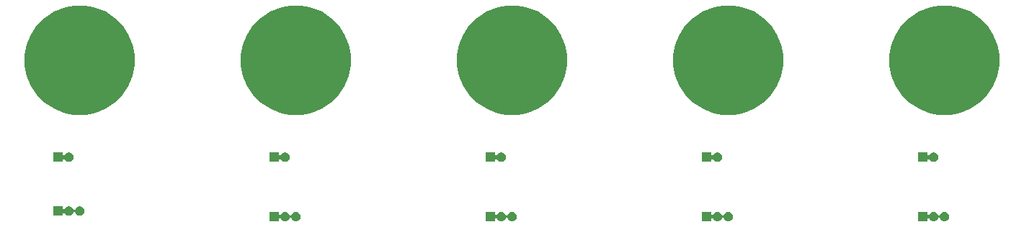
<source format=gbr>
G04 #@! TF.GenerationSoftware,KiCad,Pcbnew,(5.1.0-0)*
G04 #@! TF.CreationDate,2019-03-17T19:53:17-07:00*
G04 #@! TF.ProjectId,Jack Board,4a61636b-2042-46f6-9172-642e6b696361,rev?*
G04 #@! TF.SameCoordinates,Original*
G04 #@! TF.FileFunction,Soldermask,Bot*
G04 #@! TF.FilePolarity,Negative*
%FSLAX46Y46*%
G04 Gerber Fmt 4.6, Leading zero omitted, Abs format (unit mm)*
G04 Created by KiCad (PCBNEW (5.1.0-0)) date 2019-03-17 19:53:17*
%MOMM*%
%LPD*%
G04 APERTURE LIST*
%ADD10C,0.100000*%
G04 APERTURE END LIST*
D10*
G36*
X201211000Y-119692265D02*
G01*
X201213402Y-119716651D01*
X201220515Y-119740100D01*
X201232066Y-119761711D01*
X201247611Y-119780653D01*
X201266553Y-119796198D01*
X201288164Y-119807749D01*
X201311613Y-119814862D01*
X201335999Y-119817264D01*
X201360385Y-119814862D01*
X201383834Y-119807749D01*
X201405445Y-119796198D01*
X201424387Y-119780653D01*
X201439932Y-119761711D01*
X201446233Y-119751198D01*
X201469644Y-119707400D01*
X201538499Y-119623499D01*
X201538576Y-119623436D01*
X201622400Y-119554643D01*
X201690945Y-119518005D01*
X201718121Y-119503479D01*
X201821985Y-119471973D01*
X201902933Y-119464000D01*
X201957067Y-119464000D01*
X202038015Y-119471973D01*
X202141879Y-119503479D01*
X202169055Y-119518005D01*
X202237600Y-119554643D01*
X202321501Y-119623499D01*
X202390357Y-119707400D01*
X202424619Y-119771501D01*
X202441521Y-119803121D01*
X202445388Y-119815869D01*
X202454760Y-119838496D01*
X202468374Y-119858870D01*
X202485701Y-119876197D01*
X202506075Y-119889811D01*
X202528714Y-119899188D01*
X202552747Y-119903969D01*
X202577251Y-119903969D01*
X202601285Y-119899189D01*
X202623924Y-119889812D01*
X202644298Y-119876198D01*
X202661625Y-119858871D01*
X202675239Y-119838497D01*
X202684612Y-119815869D01*
X202688479Y-119803121D01*
X202705381Y-119771501D01*
X202739643Y-119707400D01*
X202808499Y-119623499D01*
X202892400Y-119554643D01*
X202960945Y-119518005D01*
X202988121Y-119503479D01*
X203091985Y-119471973D01*
X203172933Y-119464000D01*
X203227067Y-119464000D01*
X203308015Y-119471973D01*
X203411879Y-119503479D01*
X203439055Y-119518005D01*
X203507600Y-119554643D01*
X203591501Y-119623499D01*
X203660357Y-119707400D01*
X203694619Y-119771501D01*
X203711521Y-119803121D01*
X203743027Y-119906985D01*
X203753666Y-120015000D01*
X203743027Y-120123015D01*
X203711521Y-120226879D01*
X203711191Y-120227496D01*
X203660357Y-120322600D01*
X203591501Y-120406501D01*
X203507600Y-120475357D01*
X203439055Y-120511995D01*
X203411879Y-120526521D01*
X203308015Y-120558027D01*
X203227067Y-120566000D01*
X203172933Y-120566000D01*
X203091985Y-120558027D01*
X202988121Y-120526521D01*
X202960945Y-120511995D01*
X202892400Y-120475357D01*
X202808499Y-120406501D01*
X202739643Y-120322600D01*
X202688809Y-120227496D01*
X202688479Y-120226879D01*
X202684612Y-120214131D01*
X202675240Y-120191504D01*
X202661626Y-120171130D01*
X202644299Y-120153803D01*
X202623925Y-120140189D01*
X202601286Y-120130812D01*
X202577253Y-120126031D01*
X202552749Y-120126031D01*
X202528715Y-120130811D01*
X202506076Y-120140188D01*
X202485702Y-120153802D01*
X202468375Y-120171129D01*
X202454761Y-120191503D01*
X202445388Y-120214131D01*
X202441521Y-120226879D01*
X202441191Y-120227496D01*
X202390357Y-120322600D01*
X202321501Y-120406501D01*
X202237600Y-120475357D01*
X202169055Y-120511995D01*
X202141879Y-120526521D01*
X202038015Y-120558027D01*
X201957067Y-120566000D01*
X201902933Y-120566000D01*
X201821985Y-120558027D01*
X201718121Y-120526521D01*
X201690945Y-120511995D01*
X201622400Y-120475357D01*
X201538499Y-120406501D01*
X201469645Y-120322601D01*
X201469644Y-120322600D01*
X201446236Y-120278807D01*
X201432625Y-120258437D01*
X201415298Y-120241110D01*
X201394924Y-120227496D01*
X201372285Y-120218119D01*
X201348252Y-120213338D01*
X201323748Y-120213338D01*
X201299714Y-120218118D01*
X201277076Y-120227495D01*
X201256701Y-120241109D01*
X201239374Y-120258436D01*
X201225760Y-120278810D01*
X201216383Y-120301449D01*
X201211602Y-120325482D01*
X201211000Y-120337735D01*
X201211000Y-120566000D01*
X200109000Y-120566000D01*
X200109000Y-119464000D01*
X201211000Y-119464000D01*
X201211000Y-119692265D01*
X201211000Y-119692265D01*
G37*
G36*
X150411000Y-119692265D02*
G01*
X150413402Y-119716651D01*
X150420515Y-119740100D01*
X150432066Y-119761711D01*
X150447611Y-119780653D01*
X150466553Y-119796198D01*
X150488164Y-119807749D01*
X150511613Y-119814862D01*
X150535999Y-119817264D01*
X150560385Y-119814862D01*
X150583834Y-119807749D01*
X150605445Y-119796198D01*
X150624387Y-119780653D01*
X150639932Y-119761711D01*
X150646233Y-119751198D01*
X150669644Y-119707400D01*
X150738499Y-119623499D01*
X150738576Y-119623436D01*
X150822400Y-119554643D01*
X150890945Y-119518005D01*
X150918121Y-119503479D01*
X151021985Y-119471973D01*
X151102933Y-119464000D01*
X151157067Y-119464000D01*
X151238015Y-119471973D01*
X151341879Y-119503479D01*
X151369055Y-119518005D01*
X151437600Y-119554643D01*
X151521501Y-119623499D01*
X151590357Y-119707400D01*
X151624619Y-119771501D01*
X151641521Y-119803121D01*
X151645388Y-119815869D01*
X151654760Y-119838496D01*
X151668374Y-119858870D01*
X151685701Y-119876197D01*
X151706075Y-119889811D01*
X151728714Y-119899188D01*
X151752747Y-119903969D01*
X151777251Y-119903969D01*
X151801285Y-119899189D01*
X151823924Y-119889812D01*
X151844298Y-119876198D01*
X151861625Y-119858871D01*
X151875239Y-119838497D01*
X151884612Y-119815869D01*
X151888479Y-119803121D01*
X151905381Y-119771501D01*
X151939643Y-119707400D01*
X152008499Y-119623499D01*
X152092400Y-119554643D01*
X152160945Y-119518005D01*
X152188121Y-119503479D01*
X152291985Y-119471973D01*
X152372933Y-119464000D01*
X152427067Y-119464000D01*
X152508015Y-119471973D01*
X152611879Y-119503479D01*
X152639055Y-119518005D01*
X152707600Y-119554643D01*
X152791501Y-119623499D01*
X152860357Y-119707400D01*
X152894619Y-119771501D01*
X152911521Y-119803121D01*
X152943027Y-119906985D01*
X152953666Y-120015000D01*
X152943027Y-120123015D01*
X152911521Y-120226879D01*
X152911191Y-120227496D01*
X152860357Y-120322600D01*
X152791501Y-120406501D01*
X152707600Y-120475357D01*
X152639055Y-120511995D01*
X152611879Y-120526521D01*
X152508015Y-120558027D01*
X152427067Y-120566000D01*
X152372933Y-120566000D01*
X152291985Y-120558027D01*
X152188121Y-120526521D01*
X152160945Y-120511995D01*
X152092400Y-120475357D01*
X152008499Y-120406501D01*
X151939643Y-120322600D01*
X151888809Y-120227496D01*
X151888479Y-120226879D01*
X151884612Y-120214131D01*
X151875240Y-120191504D01*
X151861626Y-120171130D01*
X151844299Y-120153803D01*
X151823925Y-120140189D01*
X151801286Y-120130812D01*
X151777253Y-120126031D01*
X151752749Y-120126031D01*
X151728715Y-120130811D01*
X151706076Y-120140188D01*
X151685702Y-120153802D01*
X151668375Y-120171129D01*
X151654761Y-120191503D01*
X151645388Y-120214131D01*
X151641521Y-120226879D01*
X151641191Y-120227496D01*
X151590357Y-120322600D01*
X151521501Y-120406501D01*
X151437600Y-120475357D01*
X151369055Y-120511995D01*
X151341879Y-120526521D01*
X151238015Y-120558027D01*
X151157067Y-120566000D01*
X151102933Y-120566000D01*
X151021985Y-120558027D01*
X150918121Y-120526521D01*
X150890945Y-120511995D01*
X150822400Y-120475357D01*
X150738499Y-120406501D01*
X150669645Y-120322601D01*
X150669644Y-120322600D01*
X150646236Y-120278807D01*
X150632625Y-120258437D01*
X150615298Y-120241110D01*
X150594924Y-120227496D01*
X150572285Y-120218119D01*
X150548252Y-120213338D01*
X150523748Y-120213338D01*
X150499714Y-120218118D01*
X150477076Y-120227495D01*
X150456701Y-120241109D01*
X150439374Y-120258436D01*
X150425760Y-120278810D01*
X150416383Y-120301449D01*
X150411602Y-120325482D01*
X150411000Y-120337735D01*
X150411000Y-120566000D01*
X149309000Y-120566000D01*
X149309000Y-119464000D01*
X150411000Y-119464000D01*
X150411000Y-119692265D01*
X150411000Y-119692265D01*
G37*
G36*
X175811000Y-119692265D02*
G01*
X175813402Y-119716651D01*
X175820515Y-119740100D01*
X175832066Y-119761711D01*
X175847611Y-119780653D01*
X175866553Y-119796198D01*
X175888164Y-119807749D01*
X175911613Y-119814862D01*
X175935999Y-119817264D01*
X175960385Y-119814862D01*
X175983834Y-119807749D01*
X176005445Y-119796198D01*
X176024387Y-119780653D01*
X176039932Y-119761711D01*
X176046233Y-119751198D01*
X176069644Y-119707400D01*
X176138499Y-119623499D01*
X176138576Y-119623436D01*
X176222400Y-119554643D01*
X176290945Y-119518005D01*
X176318121Y-119503479D01*
X176421985Y-119471973D01*
X176502933Y-119464000D01*
X176557067Y-119464000D01*
X176638015Y-119471973D01*
X176741879Y-119503479D01*
X176769055Y-119518005D01*
X176837600Y-119554643D01*
X176921501Y-119623499D01*
X176990357Y-119707400D01*
X177024619Y-119771501D01*
X177041521Y-119803121D01*
X177045388Y-119815869D01*
X177054760Y-119838496D01*
X177068374Y-119858870D01*
X177085701Y-119876197D01*
X177106075Y-119889811D01*
X177128714Y-119899188D01*
X177152747Y-119903969D01*
X177177251Y-119903969D01*
X177201285Y-119899189D01*
X177223924Y-119889812D01*
X177244298Y-119876198D01*
X177261625Y-119858871D01*
X177275239Y-119838497D01*
X177284612Y-119815869D01*
X177288479Y-119803121D01*
X177305381Y-119771501D01*
X177339643Y-119707400D01*
X177408499Y-119623499D01*
X177492400Y-119554643D01*
X177560945Y-119518005D01*
X177588121Y-119503479D01*
X177691985Y-119471973D01*
X177772933Y-119464000D01*
X177827067Y-119464000D01*
X177908015Y-119471973D01*
X178011879Y-119503479D01*
X178039055Y-119518005D01*
X178107600Y-119554643D01*
X178191501Y-119623499D01*
X178260357Y-119707400D01*
X178294619Y-119771501D01*
X178311521Y-119803121D01*
X178343027Y-119906985D01*
X178353666Y-120015000D01*
X178343027Y-120123015D01*
X178311521Y-120226879D01*
X178311191Y-120227496D01*
X178260357Y-120322600D01*
X178191501Y-120406501D01*
X178107600Y-120475357D01*
X178039055Y-120511995D01*
X178011879Y-120526521D01*
X177908015Y-120558027D01*
X177827067Y-120566000D01*
X177772933Y-120566000D01*
X177691985Y-120558027D01*
X177588121Y-120526521D01*
X177560945Y-120511995D01*
X177492400Y-120475357D01*
X177408499Y-120406501D01*
X177339643Y-120322600D01*
X177288809Y-120227496D01*
X177288479Y-120226879D01*
X177284612Y-120214131D01*
X177275240Y-120191504D01*
X177261626Y-120171130D01*
X177244299Y-120153803D01*
X177223925Y-120140189D01*
X177201286Y-120130812D01*
X177177253Y-120126031D01*
X177152749Y-120126031D01*
X177128715Y-120130811D01*
X177106076Y-120140188D01*
X177085702Y-120153802D01*
X177068375Y-120171129D01*
X177054761Y-120191503D01*
X177045388Y-120214131D01*
X177041521Y-120226879D01*
X177041191Y-120227496D01*
X176990357Y-120322600D01*
X176921501Y-120406501D01*
X176837600Y-120475357D01*
X176769055Y-120511995D01*
X176741879Y-120526521D01*
X176638015Y-120558027D01*
X176557067Y-120566000D01*
X176502933Y-120566000D01*
X176421985Y-120558027D01*
X176318121Y-120526521D01*
X176290945Y-120511995D01*
X176222400Y-120475357D01*
X176138499Y-120406501D01*
X176069645Y-120322601D01*
X176069644Y-120322600D01*
X176046236Y-120278807D01*
X176032625Y-120258437D01*
X176015298Y-120241110D01*
X175994924Y-120227496D01*
X175972285Y-120218119D01*
X175948252Y-120213338D01*
X175923748Y-120213338D01*
X175899714Y-120218118D01*
X175877076Y-120227495D01*
X175856701Y-120241109D01*
X175839374Y-120258436D01*
X175825760Y-120278810D01*
X175816383Y-120301449D01*
X175811602Y-120325482D01*
X175811000Y-120337735D01*
X175811000Y-120566000D01*
X174709000Y-120566000D01*
X174709000Y-119464000D01*
X175811000Y-119464000D01*
X175811000Y-119692265D01*
X175811000Y-119692265D01*
G37*
G36*
X125011000Y-119692265D02*
G01*
X125013402Y-119716651D01*
X125020515Y-119740100D01*
X125032066Y-119761711D01*
X125047611Y-119780653D01*
X125066553Y-119796198D01*
X125088164Y-119807749D01*
X125111613Y-119814862D01*
X125135999Y-119817264D01*
X125160385Y-119814862D01*
X125183834Y-119807749D01*
X125205445Y-119796198D01*
X125224387Y-119780653D01*
X125239932Y-119761711D01*
X125246233Y-119751198D01*
X125269644Y-119707400D01*
X125338499Y-119623499D01*
X125338576Y-119623436D01*
X125422400Y-119554643D01*
X125490945Y-119518005D01*
X125518121Y-119503479D01*
X125621985Y-119471973D01*
X125702933Y-119464000D01*
X125757067Y-119464000D01*
X125838015Y-119471973D01*
X125941879Y-119503479D01*
X125969055Y-119518005D01*
X126037600Y-119554643D01*
X126121501Y-119623499D01*
X126190357Y-119707400D01*
X126224619Y-119771501D01*
X126241521Y-119803121D01*
X126245388Y-119815869D01*
X126254760Y-119838496D01*
X126268374Y-119858870D01*
X126285701Y-119876197D01*
X126306075Y-119889811D01*
X126328714Y-119899188D01*
X126352747Y-119903969D01*
X126377251Y-119903969D01*
X126401285Y-119899189D01*
X126423924Y-119889812D01*
X126444298Y-119876198D01*
X126461625Y-119858871D01*
X126475239Y-119838497D01*
X126484612Y-119815869D01*
X126488479Y-119803121D01*
X126505381Y-119771501D01*
X126539643Y-119707400D01*
X126608499Y-119623499D01*
X126692400Y-119554643D01*
X126760945Y-119518005D01*
X126788121Y-119503479D01*
X126891985Y-119471973D01*
X126972933Y-119464000D01*
X127027067Y-119464000D01*
X127108015Y-119471973D01*
X127211879Y-119503479D01*
X127239055Y-119518005D01*
X127307600Y-119554643D01*
X127391501Y-119623499D01*
X127460357Y-119707400D01*
X127494619Y-119771501D01*
X127511521Y-119803121D01*
X127543027Y-119906985D01*
X127553666Y-120015000D01*
X127543027Y-120123015D01*
X127511521Y-120226879D01*
X127511191Y-120227496D01*
X127460357Y-120322600D01*
X127391501Y-120406501D01*
X127307600Y-120475357D01*
X127239055Y-120511995D01*
X127211879Y-120526521D01*
X127108015Y-120558027D01*
X127027067Y-120566000D01*
X126972933Y-120566000D01*
X126891985Y-120558027D01*
X126788121Y-120526521D01*
X126760945Y-120511995D01*
X126692400Y-120475357D01*
X126608499Y-120406501D01*
X126539643Y-120322600D01*
X126488809Y-120227496D01*
X126488479Y-120226879D01*
X126484612Y-120214131D01*
X126475240Y-120191504D01*
X126461626Y-120171130D01*
X126444299Y-120153803D01*
X126423925Y-120140189D01*
X126401286Y-120130812D01*
X126377253Y-120126031D01*
X126352749Y-120126031D01*
X126328715Y-120130811D01*
X126306076Y-120140188D01*
X126285702Y-120153802D01*
X126268375Y-120171129D01*
X126254761Y-120191503D01*
X126245388Y-120214131D01*
X126241521Y-120226879D01*
X126241191Y-120227496D01*
X126190357Y-120322600D01*
X126121501Y-120406501D01*
X126037600Y-120475357D01*
X125969055Y-120511995D01*
X125941879Y-120526521D01*
X125838015Y-120558027D01*
X125757067Y-120566000D01*
X125702933Y-120566000D01*
X125621985Y-120558027D01*
X125518121Y-120526521D01*
X125490945Y-120511995D01*
X125422400Y-120475357D01*
X125338499Y-120406501D01*
X125269645Y-120322601D01*
X125269644Y-120322600D01*
X125246236Y-120278807D01*
X125232625Y-120258437D01*
X125215298Y-120241110D01*
X125194924Y-120227496D01*
X125172285Y-120218119D01*
X125148252Y-120213338D01*
X125123748Y-120213338D01*
X125099714Y-120218118D01*
X125077076Y-120227495D01*
X125056701Y-120241109D01*
X125039374Y-120258436D01*
X125025760Y-120278810D01*
X125016383Y-120301449D01*
X125011602Y-120325482D01*
X125011000Y-120337735D01*
X125011000Y-120566000D01*
X123909000Y-120566000D01*
X123909000Y-119464000D01*
X125011000Y-119464000D01*
X125011000Y-119692265D01*
X125011000Y-119692265D01*
G37*
G36*
X99611000Y-119057265D02*
G01*
X99613402Y-119081651D01*
X99620515Y-119105100D01*
X99632066Y-119126711D01*
X99647611Y-119145653D01*
X99666553Y-119161198D01*
X99688164Y-119172749D01*
X99711613Y-119179862D01*
X99735999Y-119182264D01*
X99760385Y-119179862D01*
X99783834Y-119172749D01*
X99805445Y-119161198D01*
X99824387Y-119145653D01*
X99839932Y-119126711D01*
X99846233Y-119116198D01*
X99869644Y-119072400D01*
X99938499Y-118988499D01*
X100022400Y-118919643D01*
X100090945Y-118883005D01*
X100118121Y-118868479D01*
X100221985Y-118836973D01*
X100302933Y-118829000D01*
X100357067Y-118829000D01*
X100438015Y-118836973D01*
X100541879Y-118868479D01*
X100569055Y-118883005D01*
X100637600Y-118919643D01*
X100721501Y-118988499D01*
X100790357Y-119072400D01*
X100826995Y-119140945D01*
X100841521Y-119168121D01*
X100845388Y-119180869D01*
X100854760Y-119203496D01*
X100868374Y-119223870D01*
X100885701Y-119241197D01*
X100906075Y-119254811D01*
X100928714Y-119264188D01*
X100952747Y-119268969D01*
X100977251Y-119268969D01*
X101001285Y-119264189D01*
X101023924Y-119254812D01*
X101044298Y-119241198D01*
X101061625Y-119223871D01*
X101075239Y-119203497D01*
X101084612Y-119180869D01*
X101088479Y-119168121D01*
X101103005Y-119140945D01*
X101139643Y-119072400D01*
X101208499Y-118988499D01*
X101292400Y-118919643D01*
X101360945Y-118883005D01*
X101388121Y-118868479D01*
X101491985Y-118836973D01*
X101572933Y-118829000D01*
X101627067Y-118829000D01*
X101708015Y-118836973D01*
X101811879Y-118868479D01*
X101839055Y-118883005D01*
X101907600Y-118919643D01*
X101991501Y-118988499D01*
X102060357Y-119072400D01*
X102096995Y-119140945D01*
X102111521Y-119168121D01*
X102143027Y-119271985D01*
X102153666Y-119380000D01*
X102143027Y-119488015D01*
X102111521Y-119591879D01*
X102111191Y-119592496D01*
X102060357Y-119687600D01*
X101991501Y-119771501D01*
X101907600Y-119840357D01*
X101840548Y-119876197D01*
X101811879Y-119891521D01*
X101708015Y-119923027D01*
X101627067Y-119931000D01*
X101572933Y-119931000D01*
X101491985Y-119923027D01*
X101388121Y-119891521D01*
X101359452Y-119876197D01*
X101292400Y-119840357D01*
X101208499Y-119771501D01*
X101139643Y-119687600D01*
X101088809Y-119592496D01*
X101088479Y-119591879D01*
X101084612Y-119579131D01*
X101075240Y-119556504D01*
X101061626Y-119536130D01*
X101044299Y-119518803D01*
X101023925Y-119505189D01*
X101001286Y-119495812D01*
X100977253Y-119491031D01*
X100952749Y-119491031D01*
X100928715Y-119495811D01*
X100906076Y-119505188D01*
X100885702Y-119518802D01*
X100868375Y-119536129D01*
X100854761Y-119556503D01*
X100845388Y-119579131D01*
X100841521Y-119591879D01*
X100841191Y-119592496D01*
X100790357Y-119687600D01*
X100721501Y-119771501D01*
X100637600Y-119840357D01*
X100570548Y-119876197D01*
X100541879Y-119891521D01*
X100438015Y-119923027D01*
X100357067Y-119931000D01*
X100302933Y-119931000D01*
X100221985Y-119923027D01*
X100118121Y-119891521D01*
X100089452Y-119876197D01*
X100022400Y-119840357D01*
X99938499Y-119771501D01*
X99885893Y-119707400D01*
X99869644Y-119687600D01*
X99846236Y-119643807D01*
X99832625Y-119623437D01*
X99815298Y-119606110D01*
X99794924Y-119592496D01*
X99772285Y-119583119D01*
X99748252Y-119578338D01*
X99723748Y-119578338D01*
X99699714Y-119583118D01*
X99677076Y-119592495D01*
X99656701Y-119606109D01*
X99639374Y-119623436D01*
X99625760Y-119643810D01*
X99616383Y-119666449D01*
X99611602Y-119690482D01*
X99611000Y-119702735D01*
X99611000Y-119931000D01*
X98509000Y-119931000D01*
X98509000Y-118829000D01*
X99611000Y-118829000D01*
X99611000Y-119057265D01*
X99611000Y-119057265D01*
G37*
G36*
X99611000Y-112707265D02*
G01*
X99613402Y-112731651D01*
X99620515Y-112755100D01*
X99632066Y-112776711D01*
X99647611Y-112795653D01*
X99666553Y-112811198D01*
X99688164Y-112822749D01*
X99711613Y-112829862D01*
X99735999Y-112832264D01*
X99760385Y-112829862D01*
X99783834Y-112822749D01*
X99805445Y-112811198D01*
X99824387Y-112795653D01*
X99839932Y-112776711D01*
X99846233Y-112766198D01*
X99869644Y-112722400D01*
X99938499Y-112638499D01*
X100022400Y-112569643D01*
X100090945Y-112533005D01*
X100118121Y-112518479D01*
X100221985Y-112486973D01*
X100302933Y-112479000D01*
X100357067Y-112479000D01*
X100438015Y-112486973D01*
X100541879Y-112518479D01*
X100569055Y-112533005D01*
X100637600Y-112569643D01*
X100721501Y-112638499D01*
X100790357Y-112722400D01*
X100826995Y-112790945D01*
X100841521Y-112818121D01*
X100873027Y-112921985D01*
X100883666Y-113030000D01*
X100873027Y-113138015D01*
X100841521Y-113241879D01*
X100841191Y-113242496D01*
X100790357Y-113337600D01*
X100721501Y-113421501D01*
X100637600Y-113490357D01*
X100569055Y-113526995D01*
X100541879Y-113541521D01*
X100438015Y-113573027D01*
X100357067Y-113581000D01*
X100302933Y-113581000D01*
X100221985Y-113573027D01*
X100118121Y-113541521D01*
X100090945Y-113526995D01*
X100022400Y-113490357D01*
X99938499Y-113421501D01*
X99869645Y-113337601D01*
X99869644Y-113337600D01*
X99846236Y-113293807D01*
X99832625Y-113273437D01*
X99815298Y-113256110D01*
X99794924Y-113242496D01*
X99772285Y-113233119D01*
X99748252Y-113228338D01*
X99723748Y-113228338D01*
X99699714Y-113233118D01*
X99677076Y-113242495D01*
X99656701Y-113256109D01*
X99639374Y-113273436D01*
X99625760Y-113293810D01*
X99616383Y-113316449D01*
X99611602Y-113340482D01*
X99611000Y-113352735D01*
X99611000Y-113581000D01*
X98509000Y-113581000D01*
X98509000Y-112479000D01*
X99611000Y-112479000D01*
X99611000Y-112707265D01*
X99611000Y-112707265D01*
G37*
G36*
X175811000Y-112707265D02*
G01*
X175813402Y-112731651D01*
X175820515Y-112755100D01*
X175832066Y-112776711D01*
X175847611Y-112795653D01*
X175866553Y-112811198D01*
X175888164Y-112822749D01*
X175911613Y-112829862D01*
X175935999Y-112832264D01*
X175960385Y-112829862D01*
X175983834Y-112822749D01*
X176005445Y-112811198D01*
X176024387Y-112795653D01*
X176039932Y-112776711D01*
X176046233Y-112766198D01*
X176069644Y-112722400D01*
X176138499Y-112638499D01*
X176222400Y-112569643D01*
X176290945Y-112533005D01*
X176318121Y-112518479D01*
X176421985Y-112486973D01*
X176502933Y-112479000D01*
X176557067Y-112479000D01*
X176638015Y-112486973D01*
X176741879Y-112518479D01*
X176769055Y-112533005D01*
X176837600Y-112569643D01*
X176921501Y-112638499D01*
X176990357Y-112722400D01*
X177026995Y-112790945D01*
X177041521Y-112818121D01*
X177073027Y-112921985D01*
X177083666Y-113030000D01*
X177073027Y-113138015D01*
X177041521Y-113241879D01*
X177041191Y-113242496D01*
X176990357Y-113337600D01*
X176921501Y-113421501D01*
X176837600Y-113490357D01*
X176769055Y-113526995D01*
X176741879Y-113541521D01*
X176638015Y-113573027D01*
X176557067Y-113581000D01*
X176502933Y-113581000D01*
X176421985Y-113573027D01*
X176318121Y-113541521D01*
X176290945Y-113526995D01*
X176222400Y-113490357D01*
X176138499Y-113421501D01*
X176069645Y-113337601D01*
X176069644Y-113337600D01*
X176046236Y-113293807D01*
X176032625Y-113273437D01*
X176015298Y-113256110D01*
X175994924Y-113242496D01*
X175972285Y-113233119D01*
X175948252Y-113228338D01*
X175923748Y-113228338D01*
X175899714Y-113233118D01*
X175877076Y-113242495D01*
X175856701Y-113256109D01*
X175839374Y-113273436D01*
X175825760Y-113293810D01*
X175816383Y-113316449D01*
X175811602Y-113340482D01*
X175811000Y-113352735D01*
X175811000Y-113581000D01*
X174709000Y-113581000D01*
X174709000Y-112479000D01*
X175811000Y-112479000D01*
X175811000Y-112707265D01*
X175811000Y-112707265D01*
G37*
G36*
X201211000Y-112707265D02*
G01*
X201213402Y-112731651D01*
X201220515Y-112755100D01*
X201232066Y-112776711D01*
X201247611Y-112795653D01*
X201266553Y-112811198D01*
X201288164Y-112822749D01*
X201311613Y-112829862D01*
X201335999Y-112832264D01*
X201360385Y-112829862D01*
X201383834Y-112822749D01*
X201405445Y-112811198D01*
X201424387Y-112795653D01*
X201439932Y-112776711D01*
X201446233Y-112766198D01*
X201469644Y-112722400D01*
X201538499Y-112638499D01*
X201622400Y-112569643D01*
X201690945Y-112533005D01*
X201718121Y-112518479D01*
X201821985Y-112486973D01*
X201902933Y-112479000D01*
X201957067Y-112479000D01*
X202038015Y-112486973D01*
X202141879Y-112518479D01*
X202169055Y-112533005D01*
X202237600Y-112569643D01*
X202321501Y-112638499D01*
X202390357Y-112722400D01*
X202426995Y-112790945D01*
X202441521Y-112818121D01*
X202473027Y-112921985D01*
X202483666Y-113030000D01*
X202473027Y-113138015D01*
X202441521Y-113241879D01*
X202441191Y-113242496D01*
X202390357Y-113337600D01*
X202321501Y-113421501D01*
X202237600Y-113490357D01*
X202169055Y-113526995D01*
X202141879Y-113541521D01*
X202038015Y-113573027D01*
X201957067Y-113581000D01*
X201902933Y-113581000D01*
X201821985Y-113573027D01*
X201718121Y-113541521D01*
X201690945Y-113526995D01*
X201622400Y-113490357D01*
X201538499Y-113421501D01*
X201469645Y-113337601D01*
X201469644Y-113337600D01*
X201446236Y-113293807D01*
X201432625Y-113273437D01*
X201415298Y-113256110D01*
X201394924Y-113242496D01*
X201372285Y-113233119D01*
X201348252Y-113228338D01*
X201323748Y-113228338D01*
X201299714Y-113233118D01*
X201277076Y-113242495D01*
X201256701Y-113256109D01*
X201239374Y-113273436D01*
X201225760Y-113293810D01*
X201216383Y-113316449D01*
X201211602Y-113340482D01*
X201211000Y-113352735D01*
X201211000Y-113581000D01*
X200109000Y-113581000D01*
X200109000Y-112479000D01*
X201211000Y-112479000D01*
X201211000Y-112707265D01*
X201211000Y-112707265D01*
G37*
G36*
X125011000Y-112707265D02*
G01*
X125013402Y-112731651D01*
X125020515Y-112755100D01*
X125032066Y-112776711D01*
X125047611Y-112795653D01*
X125066553Y-112811198D01*
X125088164Y-112822749D01*
X125111613Y-112829862D01*
X125135999Y-112832264D01*
X125160385Y-112829862D01*
X125183834Y-112822749D01*
X125205445Y-112811198D01*
X125224387Y-112795653D01*
X125239932Y-112776711D01*
X125246233Y-112766198D01*
X125269644Y-112722400D01*
X125338499Y-112638499D01*
X125422400Y-112569643D01*
X125490945Y-112533005D01*
X125518121Y-112518479D01*
X125621985Y-112486973D01*
X125702933Y-112479000D01*
X125757067Y-112479000D01*
X125838015Y-112486973D01*
X125941879Y-112518479D01*
X125969055Y-112533005D01*
X126037600Y-112569643D01*
X126121501Y-112638499D01*
X126190357Y-112722400D01*
X126226995Y-112790945D01*
X126241521Y-112818121D01*
X126273027Y-112921985D01*
X126283666Y-113030000D01*
X126273027Y-113138015D01*
X126241521Y-113241879D01*
X126241191Y-113242496D01*
X126190357Y-113337600D01*
X126121501Y-113421501D01*
X126037600Y-113490357D01*
X125969055Y-113526995D01*
X125941879Y-113541521D01*
X125838015Y-113573027D01*
X125757067Y-113581000D01*
X125702933Y-113581000D01*
X125621985Y-113573027D01*
X125518121Y-113541521D01*
X125490945Y-113526995D01*
X125422400Y-113490357D01*
X125338499Y-113421501D01*
X125269645Y-113337601D01*
X125269644Y-113337600D01*
X125246236Y-113293807D01*
X125232625Y-113273437D01*
X125215298Y-113256110D01*
X125194924Y-113242496D01*
X125172285Y-113233119D01*
X125148252Y-113228338D01*
X125123748Y-113228338D01*
X125099714Y-113233118D01*
X125077076Y-113242495D01*
X125056701Y-113256109D01*
X125039374Y-113273436D01*
X125025760Y-113293810D01*
X125016383Y-113316449D01*
X125011602Y-113340482D01*
X125011000Y-113352735D01*
X125011000Y-113581000D01*
X123909000Y-113581000D01*
X123909000Y-112479000D01*
X125011000Y-112479000D01*
X125011000Y-112707265D01*
X125011000Y-112707265D01*
G37*
G36*
X150411000Y-112707265D02*
G01*
X150413402Y-112731651D01*
X150420515Y-112755100D01*
X150432066Y-112776711D01*
X150447611Y-112795653D01*
X150466553Y-112811198D01*
X150488164Y-112822749D01*
X150511613Y-112829862D01*
X150535999Y-112832264D01*
X150560385Y-112829862D01*
X150583834Y-112822749D01*
X150605445Y-112811198D01*
X150624387Y-112795653D01*
X150639932Y-112776711D01*
X150646233Y-112766198D01*
X150669644Y-112722400D01*
X150738499Y-112638499D01*
X150822400Y-112569643D01*
X150890945Y-112533005D01*
X150918121Y-112518479D01*
X151021985Y-112486973D01*
X151102933Y-112479000D01*
X151157067Y-112479000D01*
X151238015Y-112486973D01*
X151341879Y-112518479D01*
X151369055Y-112533005D01*
X151437600Y-112569643D01*
X151521501Y-112638499D01*
X151590357Y-112722400D01*
X151626995Y-112790945D01*
X151641521Y-112818121D01*
X151673027Y-112921985D01*
X151683666Y-113030000D01*
X151673027Y-113138015D01*
X151641521Y-113241879D01*
X151641191Y-113242496D01*
X151590357Y-113337600D01*
X151521501Y-113421501D01*
X151437600Y-113490357D01*
X151369055Y-113526995D01*
X151341879Y-113541521D01*
X151238015Y-113573027D01*
X151157067Y-113581000D01*
X151102933Y-113581000D01*
X151021985Y-113573027D01*
X150918121Y-113541521D01*
X150890945Y-113526995D01*
X150822400Y-113490357D01*
X150738499Y-113421501D01*
X150669645Y-113337601D01*
X150669644Y-113337600D01*
X150646236Y-113293807D01*
X150632625Y-113273437D01*
X150615298Y-113256110D01*
X150594924Y-113242496D01*
X150572285Y-113233119D01*
X150548252Y-113228338D01*
X150523748Y-113228338D01*
X150499714Y-113233118D01*
X150477076Y-113242495D01*
X150456701Y-113256109D01*
X150439374Y-113273436D01*
X150425760Y-113293810D01*
X150416383Y-113316449D01*
X150411602Y-113340482D01*
X150411000Y-113352735D01*
X150411000Y-113581000D01*
X149309000Y-113581000D01*
X149309000Y-112479000D01*
X150411000Y-112479000D01*
X150411000Y-112707265D01*
X150411000Y-112707265D01*
G37*
G36*
X204458527Y-95272954D02*
G01*
X205081687Y-95396908D01*
X206255695Y-95883198D01*
X207312273Y-96589181D01*
X208210819Y-97487727D01*
X208916802Y-98544305D01*
X209403092Y-99718313D01*
X209651000Y-100964632D01*
X209651000Y-102235368D01*
X209403092Y-103481687D01*
X208916802Y-104655695D01*
X208210819Y-105712273D01*
X207312273Y-106610819D01*
X206255695Y-107316802D01*
X205081687Y-107803092D01*
X204458527Y-107927046D01*
X203835369Y-108051000D01*
X202564631Y-108051000D01*
X201941473Y-107927046D01*
X201318313Y-107803092D01*
X200144305Y-107316802D01*
X199087727Y-106610819D01*
X198189181Y-105712273D01*
X197483198Y-104655695D01*
X196996908Y-103481687D01*
X196749000Y-102235368D01*
X196749000Y-100964632D01*
X196996908Y-99718313D01*
X197483198Y-98544305D01*
X198189181Y-97487727D01*
X199087727Y-96589181D01*
X200144305Y-95883198D01*
X201318313Y-95396908D01*
X201941473Y-95272954D01*
X202564631Y-95149000D01*
X203835369Y-95149000D01*
X204458527Y-95272954D01*
X204458527Y-95272954D01*
G37*
G36*
X102858527Y-95272954D02*
G01*
X103481687Y-95396908D01*
X104655695Y-95883198D01*
X105712273Y-96589181D01*
X106610819Y-97487727D01*
X107316802Y-98544305D01*
X107803092Y-99718313D01*
X108051000Y-100964632D01*
X108051000Y-102235368D01*
X107803092Y-103481687D01*
X107316802Y-104655695D01*
X106610819Y-105712273D01*
X105712273Y-106610819D01*
X104655695Y-107316802D01*
X103481687Y-107803092D01*
X102858527Y-107927046D01*
X102235369Y-108051000D01*
X100964631Y-108051000D01*
X100341473Y-107927046D01*
X99718313Y-107803092D01*
X98544305Y-107316802D01*
X97487727Y-106610819D01*
X96589181Y-105712273D01*
X95883198Y-104655695D01*
X95396908Y-103481687D01*
X95149000Y-102235368D01*
X95149000Y-100964632D01*
X95396908Y-99718313D01*
X95883198Y-98544305D01*
X96589181Y-97487727D01*
X97487727Y-96589181D01*
X98544305Y-95883198D01*
X99718313Y-95396908D01*
X100341473Y-95272954D01*
X100964631Y-95149000D01*
X102235369Y-95149000D01*
X102858527Y-95272954D01*
X102858527Y-95272954D01*
G37*
G36*
X128258527Y-95272954D02*
G01*
X128881687Y-95396908D01*
X130055695Y-95883198D01*
X131112273Y-96589181D01*
X132010819Y-97487727D01*
X132716802Y-98544305D01*
X133203092Y-99718313D01*
X133451000Y-100964632D01*
X133451000Y-102235368D01*
X133203092Y-103481687D01*
X132716802Y-104655695D01*
X132010819Y-105712273D01*
X131112273Y-106610819D01*
X130055695Y-107316802D01*
X128881687Y-107803092D01*
X128258527Y-107927046D01*
X127635369Y-108051000D01*
X126364631Y-108051000D01*
X125741473Y-107927046D01*
X125118313Y-107803092D01*
X123944305Y-107316802D01*
X122887727Y-106610819D01*
X121989181Y-105712273D01*
X121283198Y-104655695D01*
X120796908Y-103481687D01*
X120549000Y-102235368D01*
X120549000Y-100964632D01*
X120796908Y-99718313D01*
X121283198Y-98544305D01*
X121989181Y-97487727D01*
X122887727Y-96589181D01*
X123944305Y-95883198D01*
X125118313Y-95396908D01*
X125741473Y-95272954D01*
X126364631Y-95149000D01*
X127635369Y-95149000D01*
X128258527Y-95272954D01*
X128258527Y-95272954D01*
G37*
G36*
X153658527Y-95272954D02*
G01*
X154281687Y-95396908D01*
X155455695Y-95883198D01*
X156512273Y-96589181D01*
X157410819Y-97487727D01*
X158116802Y-98544305D01*
X158603092Y-99718313D01*
X158851000Y-100964632D01*
X158851000Y-102235368D01*
X158603092Y-103481687D01*
X158116802Y-104655695D01*
X157410819Y-105712273D01*
X156512273Y-106610819D01*
X155455695Y-107316802D01*
X154281687Y-107803092D01*
X153658527Y-107927046D01*
X153035369Y-108051000D01*
X151764631Y-108051000D01*
X151141473Y-107927046D01*
X150518313Y-107803092D01*
X149344305Y-107316802D01*
X148287727Y-106610819D01*
X147389181Y-105712273D01*
X146683198Y-104655695D01*
X146196908Y-103481687D01*
X145949000Y-102235368D01*
X145949000Y-100964632D01*
X146196908Y-99718313D01*
X146683198Y-98544305D01*
X147389181Y-97487727D01*
X148287727Y-96589181D01*
X149344305Y-95883198D01*
X150518313Y-95396908D01*
X151141473Y-95272954D01*
X151764631Y-95149000D01*
X153035369Y-95149000D01*
X153658527Y-95272954D01*
X153658527Y-95272954D01*
G37*
G36*
X179058527Y-95272954D02*
G01*
X179681687Y-95396908D01*
X180855695Y-95883198D01*
X181912273Y-96589181D01*
X182810819Y-97487727D01*
X183516802Y-98544305D01*
X184003092Y-99718313D01*
X184251000Y-100964632D01*
X184251000Y-102235368D01*
X184003092Y-103481687D01*
X183516802Y-104655695D01*
X182810819Y-105712273D01*
X181912273Y-106610819D01*
X180855695Y-107316802D01*
X179681687Y-107803092D01*
X179058527Y-107927046D01*
X178435369Y-108051000D01*
X177164631Y-108051000D01*
X176541473Y-107927046D01*
X175918313Y-107803092D01*
X174744305Y-107316802D01*
X173687727Y-106610819D01*
X172789181Y-105712273D01*
X172083198Y-104655695D01*
X171596908Y-103481687D01*
X171349000Y-102235368D01*
X171349000Y-100964632D01*
X171596908Y-99718313D01*
X172083198Y-98544305D01*
X172789181Y-97487727D01*
X173687727Y-96589181D01*
X174744305Y-95883198D01*
X175918313Y-95396908D01*
X176541473Y-95272954D01*
X177164631Y-95149000D01*
X178435369Y-95149000D01*
X179058527Y-95272954D01*
X179058527Y-95272954D01*
G37*
M02*

</source>
